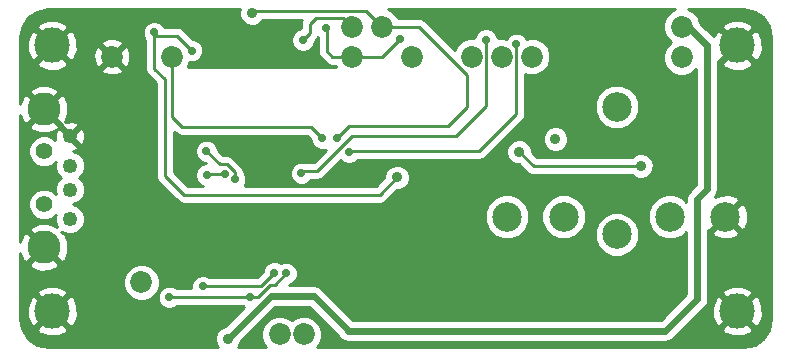
<source format=gtl>
G04 #@! TF.FileFunction,Copper,L1,Top,Signal*
%FSLAX46Y46*%
G04 Gerber Fmt 4.6, Leading zero omitted, Abs format (unit mm)*
G04 Created by KiCad (PCBNEW 4.0.7) date 11/19/17 13:53:12*
%MOMM*%
%LPD*%
G01*
G04 APERTURE LIST*
%ADD10C,0.100000*%
%ADD11C,3.000000*%
%ADD12C,2.500000*%
%ADD13C,1.250000*%
%ADD14C,2.800000*%
%ADD15C,1.400000*%
%ADD16C,1.850000*%
%ADD17C,0.889000*%
%ADD18C,0.700000*%
%ADD19C,0.600000*%
%ADD20C,0.254000*%
G04 APERTURE END LIST*
D10*
D11*
X170911880Y-83259420D03*
D12*
X156211880Y-97759420D03*
X165211880Y-97759420D03*
D11*
X170911880Y-105759420D03*
X112911880Y-83259420D03*
X112911880Y-105759420D03*
D13*
X114411880Y-90959420D03*
X114411880Y-97959420D03*
X114411880Y-95459420D03*
X114411880Y-93459420D03*
D14*
X112211880Y-88659420D03*
X112211880Y-100359420D03*
D15*
X112211880Y-96709420D03*
X112211880Y-92209420D03*
D12*
X160711880Y-99259420D03*
X151411880Y-97759420D03*
X160711880Y-88459420D03*
X169911880Y-97759420D03*
D16*
X120461880Y-103309420D03*
X166221880Y-81669420D03*
X140811880Y-81669420D03*
X138271880Y-81659420D03*
X143351880Y-84209420D03*
X138271880Y-84209420D03*
X123031880Y-84199420D03*
X117961880Y-84209420D03*
X166211880Y-84259420D03*
X148431880Y-84199420D03*
X153521880Y-84209420D03*
X150971880Y-84209420D03*
X134211880Y-107709420D03*
X132161880Y-107709420D03*
D17*
X155511880Y-91184420D03*
X123611880Y-103184420D03*
X123561880Y-102084420D03*
X123536880Y-100834420D03*
X141111880Y-101384420D03*
X149761880Y-100084420D03*
X123086880Y-97009420D03*
X122836880Y-108159420D03*
X139186880Y-94109420D03*
D18*
X133861880Y-84809420D03*
D17*
X142111880Y-94434420D03*
X152436880Y-92259420D03*
X162736880Y-93484420D03*
D18*
X124711880Y-83709420D03*
X121536880Y-82159420D03*
X135761880Y-91134420D03*
D17*
X129836880Y-80534420D03*
D18*
X137011880Y-91084420D03*
X142311880Y-82709420D03*
X149636880Y-82809420D03*
X134011880Y-94084420D03*
X136061880Y-81759420D03*
X138036880Y-92309420D03*
X152211880Y-83159420D03*
X134136880Y-82809420D03*
X125961880Y-92209420D03*
X128361880Y-94609420D03*
X126011880Y-94234420D03*
X127561880Y-94184420D03*
X125661880Y-103659420D03*
X131711880Y-102534420D03*
D17*
X127786880Y-108084420D03*
D18*
X122811880Y-104584420D03*
X132736880Y-102559420D03*
X129661880Y-104534420D03*
D19*
X123086880Y-97009420D02*
X123086880Y-100384420D01*
X123086880Y-100384420D02*
X123536880Y-100834420D01*
X141111880Y-101384420D02*
X141261880Y-101534420D01*
X141261880Y-101534420D02*
X148311880Y-101534420D01*
X148311880Y-101534420D02*
X149761880Y-100084420D01*
D20*
X123086880Y-97009420D02*
X123086880Y-97084420D01*
X121536880Y-82159420D02*
X121536880Y-85234420D01*
X121536880Y-85234420D02*
X122436880Y-86134420D01*
X122436880Y-86134420D02*
X122436880Y-94284420D01*
X122436880Y-94284420D02*
X124061880Y-95909420D01*
X124061880Y-95909420D02*
X140636880Y-95909420D01*
X140636880Y-95909420D02*
X142111880Y-94434420D01*
X152436880Y-92259420D02*
X153661880Y-93484420D01*
X153661880Y-93484420D02*
X162736880Y-93484420D01*
X124711880Y-83709420D02*
X123436880Y-82434420D01*
X123436880Y-82434420D02*
X121811880Y-82434420D01*
X121811880Y-82434420D02*
X121536880Y-82159420D01*
X123031880Y-84199420D02*
X123031880Y-89304420D01*
X134786880Y-90159420D02*
X135761880Y-91134420D01*
X123886880Y-90159420D02*
X134786880Y-90159420D01*
X123031880Y-89304420D02*
X123886880Y-90159420D01*
X129836880Y-80534420D02*
X130061880Y-80309420D01*
X130061880Y-80309420D02*
X139451880Y-80309420D01*
X139451880Y-80309420D02*
X140811880Y-81669420D01*
X140811880Y-81669420D02*
X143921880Y-81669420D01*
X143921880Y-81669420D02*
X147986880Y-85734420D01*
X147986880Y-85734420D02*
X147986880Y-88484420D01*
X147986880Y-88484420D02*
X146386880Y-90084420D01*
X146386880Y-90084420D02*
X138011880Y-90084420D01*
X138011880Y-90084420D02*
X137011880Y-91084420D01*
X138271880Y-84209420D02*
X140811880Y-84209420D01*
X140811880Y-84209420D02*
X142311880Y-82709420D01*
X149636880Y-82809420D02*
X149661880Y-82834420D01*
X149661880Y-82834420D02*
X149661880Y-88409420D01*
X149661880Y-88409420D02*
X147136880Y-90934420D01*
X147136880Y-90934420D02*
X138286880Y-90934420D01*
X138286880Y-90934420D02*
X135361880Y-93859420D01*
X135361880Y-93859420D02*
X134236880Y-93859420D01*
X134236880Y-93859420D02*
X134011880Y-94084420D01*
X136061880Y-81759420D02*
X136136880Y-81834420D01*
X136136880Y-81834420D02*
X136136880Y-83734420D01*
X136136880Y-83734420D02*
X136611880Y-84209420D01*
X136611880Y-84209420D02*
X138271880Y-84209420D01*
X152211880Y-83159420D02*
X152211880Y-89034420D01*
X152211880Y-89034420D02*
X149036880Y-92209420D01*
X149036880Y-92209420D02*
X138136880Y-92209420D01*
X138136880Y-92209420D02*
X138036880Y-92309420D01*
X134136880Y-82809420D02*
X134711880Y-82234420D01*
X134711880Y-82234420D02*
X134711880Y-81459420D01*
X134711880Y-81459420D02*
X135261880Y-80909420D01*
X135261880Y-80909420D02*
X137521880Y-80909420D01*
X137521880Y-80909420D02*
X138271880Y-81659420D01*
X125961880Y-92209420D02*
X127086880Y-93334420D01*
X127086880Y-93334420D02*
X127711880Y-93334420D01*
X127711880Y-93334420D02*
X128361880Y-93984420D01*
X128361880Y-93984420D02*
X128361880Y-94609420D01*
X126011880Y-94234420D02*
X126061880Y-94184420D01*
X126061880Y-94184420D02*
X127561880Y-94184420D01*
X130586880Y-103659420D02*
X125661880Y-103659420D01*
X131711880Y-102534420D02*
X130586880Y-103659420D01*
D19*
X137961880Y-107434420D02*
X137961880Y-107384420D01*
X137961880Y-107384420D02*
X135036880Y-104459420D01*
X135036880Y-104459420D02*
X131411880Y-104459420D01*
X131411880Y-104459420D02*
X127786880Y-108084420D01*
X166221880Y-81669420D02*
X166771880Y-81669420D01*
X166771880Y-81669420D02*
X168361880Y-83259420D01*
X168361880Y-83259420D02*
X168361880Y-95409420D01*
X168361880Y-95409420D02*
X167536880Y-96234420D01*
X167536880Y-96234420D02*
X167536880Y-104709420D01*
X167536880Y-104709420D02*
X164811880Y-107434420D01*
X164811880Y-107434420D02*
X137961880Y-107434420D01*
D20*
X148431880Y-84199420D02*
X148551880Y-84199420D01*
X150971880Y-84209420D02*
X150971880Y-84519420D01*
X129661880Y-104534420D02*
X122861880Y-104534420D01*
X122861880Y-104534420D02*
X122811880Y-104584420D01*
X132736880Y-102559420D02*
X131786880Y-103509420D01*
X131786880Y-103509420D02*
X131386880Y-103509420D01*
X131386880Y-103509420D02*
X130361880Y-104534420D01*
X130361880Y-104534420D02*
X129661880Y-104534420D01*
G36*
X172371023Y-80397167D02*
X173109439Y-80890561D01*
X173602833Y-81628977D01*
X173784880Y-82544191D01*
X173784880Y-106455809D01*
X173602833Y-107371023D01*
X173109439Y-108109439D01*
X172371023Y-108602833D01*
X171430069Y-108790000D01*
X135337513Y-108790000D01*
X135533612Y-108594243D01*
X135771608Y-108021084D01*
X135772150Y-107400478D01*
X135535155Y-106826906D01*
X135096703Y-106387688D01*
X134523544Y-106149692D01*
X133902938Y-106149150D01*
X133329366Y-106386145D01*
X133187016Y-106528246D01*
X133046703Y-106387688D01*
X132473544Y-106149692D01*
X131852938Y-106149150D01*
X131279366Y-106386145D01*
X130840148Y-106824597D01*
X130602152Y-107397756D01*
X130601610Y-108018362D01*
X130838605Y-108591934D01*
X131036326Y-108790000D01*
X128608045Y-108790000D01*
X128701502Y-108696706D01*
X128846801Y-108346789D01*
X131799170Y-105394420D01*
X134649590Y-105394420D01*
X137200052Y-107944882D01*
X137300735Y-108095565D01*
X137604071Y-108298247D01*
X137961880Y-108369420D01*
X164811880Y-108369420D01*
X165169689Y-108298247D01*
X165473025Y-108095565D01*
X166295200Y-107273390D01*
X169577515Y-107273390D01*
X169737298Y-107592159D01*
X170528067Y-107902143D01*
X171377267Y-107885917D01*
X172086462Y-107592159D01*
X172246245Y-107273390D01*
X170911880Y-105939025D01*
X169577515Y-107273390D01*
X166295200Y-107273390D01*
X168192983Y-105375607D01*
X168769157Y-105375607D01*
X168785383Y-106224807D01*
X169079141Y-106934002D01*
X169397910Y-107093785D01*
X170732275Y-105759420D01*
X171091485Y-105759420D01*
X172425850Y-107093785D01*
X172744619Y-106934002D01*
X173054603Y-106143233D01*
X173038377Y-105294033D01*
X172744619Y-104584838D01*
X172425850Y-104425055D01*
X171091485Y-105759420D01*
X170732275Y-105759420D01*
X169397910Y-104425055D01*
X169079141Y-104584838D01*
X168769157Y-105375607D01*
X168192983Y-105375607D01*
X168198025Y-105370565D01*
X168400707Y-105067229D01*
X168471880Y-104709420D01*
X168471880Y-104245450D01*
X169577515Y-104245450D01*
X170911880Y-105579815D01*
X172246245Y-104245450D01*
X172086462Y-103926681D01*
X171295693Y-103616697D01*
X170446493Y-103632923D01*
X169737298Y-103926681D01*
X169577515Y-104245450D01*
X168471880Y-104245450D01*
X168471880Y-99092740D01*
X168758165Y-99092740D01*
X168887413Y-99385543D01*
X169587686Y-99653808D01*
X170337315Y-99633670D01*
X170936347Y-99385543D01*
X171065595Y-99092740D01*
X169911880Y-97939025D01*
X168758165Y-99092740D01*
X168471880Y-99092740D01*
X168471880Y-98866045D01*
X168578560Y-98913135D01*
X169732275Y-97759420D01*
X170091485Y-97759420D01*
X171245200Y-98913135D01*
X171538003Y-98783887D01*
X171806268Y-98083614D01*
X171786130Y-97333985D01*
X171538003Y-96734953D01*
X171245200Y-96605705D01*
X170091485Y-97759420D01*
X169732275Y-97759420D01*
X169718133Y-97745278D01*
X169897738Y-97565673D01*
X169911880Y-97579815D01*
X171065595Y-96426100D01*
X170936347Y-96133297D01*
X170236074Y-95865032D01*
X169486445Y-95885170D01*
X169011827Y-96081763D01*
X169023025Y-96070565D01*
X169225707Y-95767229D01*
X169296880Y-95409420D01*
X169296880Y-84773390D01*
X169577515Y-84773390D01*
X169737298Y-85092159D01*
X170528067Y-85402143D01*
X171377267Y-85385917D01*
X172086462Y-85092159D01*
X172246245Y-84773390D01*
X170911880Y-83439025D01*
X169577515Y-84773390D01*
X169296880Y-84773390D01*
X169296880Y-84543144D01*
X169397910Y-84593785D01*
X170732275Y-83259420D01*
X171091485Y-83259420D01*
X172425850Y-84593785D01*
X172744619Y-84434002D01*
X173054603Y-83643233D01*
X173038377Y-82794033D01*
X172744619Y-82084838D01*
X172425850Y-81925055D01*
X171091485Y-83259420D01*
X170732275Y-83259420D01*
X169397910Y-81925055D01*
X169079141Y-82084838D01*
X168918749Y-82493999D01*
X168170200Y-81745450D01*
X169577515Y-81745450D01*
X170911880Y-83079815D01*
X172246245Y-81745450D01*
X172086462Y-81426681D01*
X171295693Y-81116697D01*
X170446493Y-81132923D01*
X169737298Y-81426681D01*
X169577515Y-81745450D01*
X168170200Y-81745450D01*
X167779983Y-81355233D01*
X167545155Y-80786906D01*
X167106703Y-80347688D01*
X166775113Y-80210000D01*
X171430069Y-80210000D01*
X172371023Y-80397167D01*
X172371023Y-80397167D01*
G37*
X172371023Y-80397167D02*
X173109439Y-80890561D01*
X173602833Y-81628977D01*
X173784880Y-82544191D01*
X173784880Y-106455809D01*
X173602833Y-107371023D01*
X173109439Y-108109439D01*
X172371023Y-108602833D01*
X171430069Y-108790000D01*
X135337513Y-108790000D01*
X135533612Y-108594243D01*
X135771608Y-108021084D01*
X135772150Y-107400478D01*
X135535155Y-106826906D01*
X135096703Y-106387688D01*
X134523544Y-106149692D01*
X133902938Y-106149150D01*
X133329366Y-106386145D01*
X133187016Y-106528246D01*
X133046703Y-106387688D01*
X132473544Y-106149692D01*
X131852938Y-106149150D01*
X131279366Y-106386145D01*
X130840148Y-106824597D01*
X130602152Y-107397756D01*
X130601610Y-108018362D01*
X130838605Y-108591934D01*
X131036326Y-108790000D01*
X128608045Y-108790000D01*
X128701502Y-108696706D01*
X128846801Y-108346789D01*
X131799170Y-105394420D01*
X134649590Y-105394420D01*
X137200052Y-107944882D01*
X137300735Y-108095565D01*
X137604071Y-108298247D01*
X137961880Y-108369420D01*
X164811880Y-108369420D01*
X165169689Y-108298247D01*
X165473025Y-108095565D01*
X166295200Y-107273390D01*
X169577515Y-107273390D01*
X169737298Y-107592159D01*
X170528067Y-107902143D01*
X171377267Y-107885917D01*
X172086462Y-107592159D01*
X172246245Y-107273390D01*
X170911880Y-105939025D01*
X169577515Y-107273390D01*
X166295200Y-107273390D01*
X168192983Y-105375607D01*
X168769157Y-105375607D01*
X168785383Y-106224807D01*
X169079141Y-106934002D01*
X169397910Y-107093785D01*
X170732275Y-105759420D01*
X171091485Y-105759420D01*
X172425850Y-107093785D01*
X172744619Y-106934002D01*
X173054603Y-106143233D01*
X173038377Y-105294033D01*
X172744619Y-104584838D01*
X172425850Y-104425055D01*
X171091485Y-105759420D01*
X170732275Y-105759420D01*
X169397910Y-104425055D01*
X169079141Y-104584838D01*
X168769157Y-105375607D01*
X168192983Y-105375607D01*
X168198025Y-105370565D01*
X168400707Y-105067229D01*
X168471880Y-104709420D01*
X168471880Y-104245450D01*
X169577515Y-104245450D01*
X170911880Y-105579815D01*
X172246245Y-104245450D01*
X172086462Y-103926681D01*
X171295693Y-103616697D01*
X170446493Y-103632923D01*
X169737298Y-103926681D01*
X169577515Y-104245450D01*
X168471880Y-104245450D01*
X168471880Y-99092740D01*
X168758165Y-99092740D01*
X168887413Y-99385543D01*
X169587686Y-99653808D01*
X170337315Y-99633670D01*
X170936347Y-99385543D01*
X171065595Y-99092740D01*
X169911880Y-97939025D01*
X168758165Y-99092740D01*
X168471880Y-99092740D01*
X168471880Y-98866045D01*
X168578560Y-98913135D01*
X169732275Y-97759420D01*
X170091485Y-97759420D01*
X171245200Y-98913135D01*
X171538003Y-98783887D01*
X171806268Y-98083614D01*
X171786130Y-97333985D01*
X171538003Y-96734953D01*
X171245200Y-96605705D01*
X170091485Y-97759420D01*
X169732275Y-97759420D01*
X169718133Y-97745278D01*
X169897738Y-97565673D01*
X169911880Y-97579815D01*
X171065595Y-96426100D01*
X170936347Y-96133297D01*
X170236074Y-95865032D01*
X169486445Y-95885170D01*
X169011827Y-96081763D01*
X169023025Y-96070565D01*
X169225707Y-95767229D01*
X169296880Y-95409420D01*
X169296880Y-84773390D01*
X169577515Y-84773390D01*
X169737298Y-85092159D01*
X170528067Y-85402143D01*
X171377267Y-85385917D01*
X172086462Y-85092159D01*
X172246245Y-84773390D01*
X170911880Y-83439025D01*
X169577515Y-84773390D01*
X169296880Y-84773390D01*
X169296880Y-84543144D01*
X169397910Y-84593785D01*
X170732275Y-83259420D01*
X171091485Y-83259420D01*
X172425850Y-84593785D01*
X172744619Y-84434002D01*
X173054603Y-83643233D01*
X173038377Y-82794033D01*
X172744619Y-82084838D01*
X172425850Y-81925055D01*
X171091485Y-83259420D01*
X170732275Y-83259420D01*
X169397910Y-81925055D01*
X169079141Y-82084838D01*
X168918749Y-82493999D01*
X168170200Y-81745450D01*
X169577515Y-81745450D01*
X170911880Y-83079815D01*
X172246245Y-81745450D01*
X172086462Y-81426681D01*
X171295693Y-81116697D01*
X170446493Y-81132923D01*
X169737298Y-81426681D01*
X169577515Y-81745450D01*
X168170200Y-81745450D01*
X167779983Y-81355233D01*
X167545155Y-80786906D01*
X167106703Y-80347688D01*
X166775113Y-80210000D01*
X171430069Y-80210000D01*
X172371023Y-80397167D01*
G36*
X128757567Y-80318752D02*
X128757193Y-80748204D01*
X128921191Y-81145109D01*
X129224594Y-81449042D01*
X129621212Y-81613733D01*
X130050664Y-81614107D01*
X130447569Y-81450109D01*
X130751502Y-81146706D01*
X130782764Y-81071420D01*
X134072293Y-81071420D01*
X134007884Y-81167815D01*
X133949880Y-81459420D01*
X133949880Y-81824257D01*
X133941811Y-81824250D01*
X133579651Y-81973891D01*
X133302325Y-82250734D01*
X133152052Y-82612632D01*
X133151710Y-83004489D01*
X133301351Y-83366649D01*
X133578194Y-83643975D01*
X133940092Y-83794248D01*
X134331949Y-83794590D01*
X134694109Y-83644949D01*
X134971435Y-83368106D01*
X135121708Y-83006208D01*
X135121799Y-82902132D01*
X135250696Y-82773235D01*
X135374880Y-82587379D01*
X135374880Y-83734420D01*
X135432884Y-84026025D01*
X135593664Y-84266649D01*
X135598065Y-84273235D01*
X136073064Y-84748235D01*
X136305309Y-84903416D01*
X136320275Y-84913416D01*
X136611880Y-84971420D01*
X136898810Y-84971420D01*
X136931039Y-85049420D01*
X124368072Y-85049420D01*
X124515552Y-84694248D01*
X124906949Y-84694590D01*
X125269109Y-84544949D01*
X125546435Y-84268106D01*
X125696708Y-83906208D01*
X125697050Y-83514351D01*
X125547409Y-83152191D01*
X125270566Y-82874865D01*
X124908668Y-82724592D01*
X124804592Y-82724501D01*
X123975695Y-81895605D01*
X123728485Y-81730424D01*
X123436880Y-81672420D01*
X122401427Y-81672420D01*
X122372409Y-81602191D01*
X122095566Y-81324865D01*
X121733668Y-81174592D01*
X121341811Y-81174250D01*
X120979651Y-81323891D01*
X120702325Y-81600734D01*
X120552052Y-81962632D01*
X120551710Y-82354489D01*
X120701351Y-82716649D01*
X120774880Y-82790306D01*
X120774880Y-85234420D01*
X120832884Y-85526025D01*
X120995334Y-85769148D01*
X120998065Y-85773235D01*
X121674880Y-86450051D01*
X121674880Y-94284420D01*
X121732884Y-94576025D01*
X121847978Y-94748275D01*
X121898065Y-94823235D01*
X123523065Y-96448235D01*
X123770275Y-96613416D01*
X124061880Y-96671420D01*
X140636880Y-96671420D01*
X140928485Y-96613416D01*
X141175695Y-96448235D01*
X142110011Y-95513919D01*
X142325664Y-95514107D01*
X142722569Y-95350109D01*
X143026502Y-95046706D01*
X143191193Y-94650088D01*
X143191567Y-94220636D01*
X143027569Y-93823731D01*
X142724166Y-93519798D01*
X142327548Y-93355107D01*
X141898096Y-93354733D01*
X141501191Y-93518731D01*
X141197258Y-93822134D01*
X141032567Y-94218752D01*
X141032378Y-94436292D01*
X140321250Y-95147420D01*
X129205025Y-95147420D01*
X129346708Y-94806208D01*
X129347050Y-94414351D01*
X129197409Y-94052191D01*
X129122418Y-93977069D01*
X129065876Y-93692815D01*
X128900695Y-93445605D01*
X128250695Y-92795605D01*
X128207359Y-92766649D01*
X128003485Y-92630424D01*
X127711880Y-92572420D01*
X127402511Y-92572420D01*
X126946961Y-92116870D01*
X126947050Y-92014351D01*
X126797409Y-91652191D01*
X126520566Y-91374865D01*
X126158668Y-91224592D01*
X125766811Y-91224250D01*
X125404651Y-91373891D01*
X125127325Y-91650734D01*
X124977052Y-92012632D01*
X124976710Y-92404489D01*
X125126351Y-92766649D01*
X125403194Y-93043975D01*
X125765092Y-93194248D01*
X125869168Y-93194339D01*
X125924173Y-93249344D01*
X125816811Y-93249250D01*
X125454651Y-93398891D01*
X125177325Y-93675734D01*
X125027052Y-94037632D01*
X125026710Y-94429489D01*
X125176351Y-94791649D01*
X125453194Y-95068975D01*
X125642111Y-95147420D01*
X124377510Y-95147420D01*
X123198880Y-93968790D01*
X123198880Y-90549051D01*
X123348065Y-90698236D01*
X123595276Y-90863417D01*
X123886880Y-90921420D01*
X134471250Y-90921420D01*
X134776799Y-91226970D01*
X134776710Y-91329489D01*
X134926351Y-91691649D01*
X135203194Y-91968975D01*
X135565092Y-92119248D01*
X135956949Y-92119590D01*
X136071348Y-92072321D01*
X135046250Y-93097420D01*
X134236880Y-93097420D01*
X134214269Y-93101918D01*
X134208668Y-93099592D01*
X133816811Y-93099250D01*
X133454651Y-93248891D01*
X133177325Y-93525734D01*
X133027052Y-93887632D01*
X133026710Y-94279489D01*
X133176351Y-94641649D01*
X133453194Y-94918975D01*
X133815092Y-95069248D01*
X134206949Y-95069590D01*
X134569109Y-94919949D01*
X134846435Y-94643106D01*
X134855440Y-94621420D01*
X135361880Y-94621420D01*
X135653485Y-94563416D01*
X135900695Y-94398235D01*
X137316716Y-92982215D01*
X137478194Y-93143975D01*
X137840092Y-93294248D01*
X138231949Y-93294590D01*
X138594109Y-93144949D01*
X138767941Y-92971420D01*
X149036880Y-92971420D01*
X149328485Y-92913416D01*
X149575695Y-92748235D01*
X149850726Y-92473204D01*
X151357193Y-92473204D01*
X151521191Y-92870109D01*
X151824594Y-93174042D01*
X152221212Y-93338733D01*
X152438752Y-93338922D01*
X153123065Y-94023236D01*
X153271257Y-94122254D01*
X153370275Y-94188416D01*
X153661880Y-94246420D01*
X161972238Y-94246420D01*
X162124594Y-94399042D01*
X162521212Y-94563733D01*
X162950664Y-94564107D01*
X163347569Y-94400109D01*
X163651502Y-94096706D01*
X163816193Y-93700088D01*
X163816567Y-93270636D01*
X163652569Y-92873731D01*
X163349166Y-92569798D01*
X162952548Y-92405107D01*
X162523096Y-92404733D01*
X162126191Y-92568731D01*
X161972234Y-92722420D01*
X153977511Y-92722420D01*
X153516379Y-92261289D01*
X153516567Y-92045636D01*
X153352569Y-91648731D01*
X153102479Y-91398204D01*
X154432193Y-91398204D01*
X154596191Y-91795109D01*
X154899594Y-92099042D01*
X155296212Y-92263733D01*
X155725664Y-92264107D01*
X156122569Y-92100109D01*
X156426502Y-91796706D01*
X156591193Y-91400088D01*
X156591567Y-90970636D01*
X156427569Y-90573731D01*
X156124166Y-90269798D01*
X155727548Y-90105107D01*
X155298096Y-90104733D01*
X154901191Y-90268731D01*
X154597258Y-90572134D01*
X154432567Y-90968752D01*
X154432193Y-91398204D01*
X153102479Y-91398204D01*
X153049166Y-91344798D01*
X152652548Y-91180107D01*
X152223096Y-91179733D01*
X151826191Y-91343731D01*
X151522258Y-91647134D01*
X151357567Y-92043752D01*
X151357193Y-92473204D01*
X149850726Y-92473204D01*
X152750695Y-89573235D01*
X152915876Y-89326025D01*
X152916593Y-89322420D01*
X152973880Y-89034420D01*
X152973880Y-88832725D01*
X158826554Y-88832725D01*
X159112923Y-89525792D01*
X159642719Y-90056513D01*
X160335285Y-90344092D01*
X161085185Y-90344746D01*
X161778252Y-90058377D01*
X162308973Y-89528581D01*
X162596552Y-88836015D01*
X162597206Y-88086115D01*
X162310837Y-87393048D01*
X161781041Y-86862327D01*
X161088475Y-86574748D01*
X160338575Y-86574094D01*
X159645508Y-86860463D01*
X159114787Y-87390259D01*
X158827208Y-88082825D01*
X158826554Y-88832725D01*
X152973880Y-88832725D01*
X152973880Y-85671013D01*
X153210216Y-85769148D01*
X153830822Y-85769690D01*
X154404394Y-85532695D01*
X154843612Y-85094243D01*
X155081608Y-84521084D01*
X155082150Y-83900478D01*
X154845155Y-83326906D01*
X154406703Y-82887688D01*
X153833544Y-82649692D01*
X153212938Y-82649150D01*
X153088122Y-82700723D01*
X153047409Y-82602191D01*
X152770566Y-82324865D01*
X152408668Y-82174592D01*
X152016811Y-82174250D01*
X151654651Y-82323891D01*
X151377325Y-82600734D01*
X151346194Y-82675706D01*
X151283544Y-82649692D01*
X150662938Y-82649150D01*
X150622005Y-82666063D01*
X150622050Y-82614351D01*
X150472409Y-82252191D01*
X150195566Y-81974865D01*
X149833668Y-81824592D01*
X149441811Y-81824250D01*
X149079651Y-81973891D01*
X148802325Y-82250734D01*
X148652052Y-82612632D01*
X148652028Y-82639612D01*
X148122938Y-82639150D01*
X147549366Y-82876145D01*
X147110148Y-83314597D01*
X146973580Y-83643490D01*
X144460695Y-81130605D01*
X144373615Y-81072420D01*
X144213485Y-80965424D01*
X143921880Y-80907420D01*
X142184950Y-80907420D01*
X142135155Y-80786906D01*
X141696703Y-80347688D01*
X141365113Y-80210000D01*
X165668862Y-80210000D01*
X165339366Y-80346145D01*
X164900148Y-80784597D01*
X164662152Y-81357756D01*
X164661610Y-81978362D01*
X164898605Y-82551934D01*
X165305715Y-82959755D01*
X164890148Y-83374597D01*
X164652152Y-83947756D01*
X164651610Y-84568362D01*
X164888605Y-85141934D01*
X165327057Y-85581152D01*
X165900216Y-85819148D01*
X166520822Y-85819690D01*
X167094394Y-85582695D01*
X167426880Y-85250789D01*
X167426880Y-95022130D01*
X166875735Y-95573275D01*
X166673053Y-95876611D01*
X166601880Y-96234420D01*
X166601880Y-96483726D01*
X166281041Y-96162327D01*
X165588475Y-95874748D01*
X164838575Y-95874094D01*
X164145508Y-96160463D01*
X163614787Y-96690259D01*
X163327208Y-97382825D01*
X163326554Y-98132725D01*
X163612923Y-98825792D01*
X164142719Y-99356513D01*
X164835285Y-99644092D01*
X165585185Y-99644746D01*
X166278252Y-99358377D01*
X166601880Y-99035313D01*
X166601880Y-104322130D01*
X164424590Y-106499420D01*
X138399170Y-106499420D01*
X135698025Y-103798275D01*
X135394689Y-103595593D01*
X135036880Y-103524420D01*
X132980764Y-103524420D01*
X133294109Y-103394949D01*
X133571435Y-103118106D01*
X133721708Y-102756208D01*
X133722050Y-102364351D01*
X133572409Y-102002191D01*
X133295566Y-101724865D01*
X132933668Y-101574592D01*
X132541811Y-101574250D01*
X132254223Y-101693079D01*
X131908668Y-101549592D01*
X131516811Y-101549250D01*
X131154651Y-101698891D01*
X130877325Y-101975734D01*
X130727052Y-102337632D01*
X130726961Y-102441708D01*
X130271250Y-102897420D01*
X126292995Y-102897420D01*
X126220566Y-102824865D01*
X125858668Y-102674592D01*
X125466811Y-102674250D01*
X125104651Y-102823891D01*
X124827325Y-103100734D01*
X124677052Y-103462632D01*
X124676782Y-103772420D01*
X123393082Y-103772420D01*
X123370566Y-103749865D01*
X123008668Y-103599592D01*
X122616811Y-103599250D01*
X122254651Y-103748891D01*
X121977325Y-104025734D01*
X121827052Y-104387632D01*
X121826710Y-104779489D01*
X121976351Y-105141649D01*
X122253194Y-105418975D01*
X122615092Y-105569248D01*
X123006949Y-105569590D01*
X123369109Y-105419949D01*
X123492854Y-105296420D01*
X129030765Y-105296420D01*
X129103194Y-105368975D01*
X129157490Y-105391520D01*
X127523985Y-107025025D01*
X127176191Y-107168731D01*
X126872258Y-107472134D01*
X126707567Y-107868752D01*
X126707193Y-108298204D01*
X126871191Y-108695109D01*
X126965917Y-108790000D01*
X112569931Y-108790000D01*
X111628977Y-108602833D01*
X110890561Y-108109439D01*
X110397167Y-107371023D01*
X110377747Y-107273390D01*
X111577515Y-107273390D01*
X111737298Y-107592159D01*
X112528067Y-107902143D01*
X113377267Y-107885917D01*
X114086462Y-107592159D01*
X114246245Y-107273390D01*
X112911880Y-105939025D01*
X111577515Y-107273390D01*
X110377747Y-107273390D01*
X110210000Y-106430069D01*
X110210000Y-105375607D01*
X110769157Y-105375607D01*
X110785383Y-106224807D01*
X111079141Y-106934002D01*
X111397910Y-107093785D01*
X112732275Y-105759420D01*
X113091485Y-105759420D01*
X114425850Y-107093785D01*
X114744619Y-106934002D01*
X115054603Y-106143233D01*
X115038377Y-105294033D01*
X114744619Y-104584838D01*
X114425850Y-104425055D01*
X113091485Y-105759420D01*
X112732275Y-105759420D01*
X111397910Y-104425055D01*
X111079141Y-104584838D01*
X110769157Y-105375607D01*
X110210000Y-105375607D01*
X110210000Y-104245450D01*
X111577515Y-104245450D01*
X112911880Y-105579815D01*
X114246245Y-104245450D01*
X114086462Y-103926681D01*
X113299941Y-103618362D01*
X118901610Y-103618362D01*
X119138605Y-104191934D01*
X119577057Y-104631152D01*
X120150216Y-104869148D01*
X120770822Y-104869690D01*
X121344394Y-104632695D01*
X121783612Y-104194243D01*
X122021608Y-103621084D01*
X122022150Y-103000478D01*
X121785155Y-102426906D01*
X121346703Y-101987688D01*
X120773544Y-101749692D01*
X120152938Y-101749150D01*
X119579366Y-101986145D01*
X119140148Y-102424597D01*
X118902152Y-102997756D01*
X118901610Y-103618362D01*
X113299941Y-103618362D01*
X113295693Y-103616697D01*
X112446493Y-103632923D01*
X111737298Y-103926681D01*
X111577515Y-104245450D01*
X110210000Y-104245450D01*
X110210000Y-101801144D01*
X110949762Y-101801144D01*
X111097335Y-102109526D01*
X111851911Y-102402825D01*
X112661289Y-102385034D01*
X113326425Y-102109526D01*
X113473998Y-101801144D01*
X112211880Y-100539025D01*
X110949762Y-101801144D01*
X110210000Y-101801144D01*
X110210000Y-100866128D01*
X110461774Y-101473965D01*
X110770156Y-101621538D01*
X112032275Y-100359420D01*
X110770156Y-99097302D01*
X110461774Y-99244875D01*
X110210000Y-99892619D01*
X110210000Y-92473803D01*
X110876649Y-92473803D01*
X111079462Y-92964649D01*
X111454676Y-93340518D01*
X111945167Y-93544188D01*
X112476263Y-93544651D01*
X112967109Y-93341838D01*
X113187929Y-93121403D01*
X113152099Y-93207691D01*
X113151662Y-93708950D01*
X113343081Y-94172220D01*
X113629970Y-94459610D01*
X113344327Y-94744755D01*
X113152099Y-95207691D01*
X113151662Y-95708950D01*
X113188511Y-95798132D01*
X112969084Y-95578322D01*
X112478593Y-95374652D01*
X111947497Y-95374189D01*
X111456651Y-95577002D01*
X111080782Y-95952216D01*
X110877112Y-96442707D01*
X110876649Y-96973803D01*
X111079462Y-97464649D01*
X111454676Y-97840518D01*
X111945167Y-98044188D01*
X112476263Y-98044651D01*
X112967109Y-97841838D01*
X113187929Y-97621403D01*
X113152099Y-97707691D01*
X113151662Y-98208950D01*
X113315302Y-98604991D01*
X112571849Y-98316015D01*
X111762471Y-98333806D01*
X111097335Y-98609314D01*
X110949762Y-98917696D01*
X112211880Y-100179815D01*
X112226022Y-100165672D01*
X112405628Y-100345278D01*
X112391485Y-100359420D01*
X113653604Y-101621538D01*
X113961986Y-101473965D01*
X114255285Y-100719389D01*
X114237494Y-99910011D01*
X113961986Y-99244875D01*
X113653605Y-99097303D01*
X113716095Y-99034813D01*
X114160151Y-99219201D01*
X114661410Y-99219638D01*
X115124680Y-99028219D01*
X115479433Y-98674085D01*
X115671661Y-98211149D01*
X115671729Y-98132725D01*
X149526554Y-98132725D01*
X149812923Y-98825792D01*
X150342719Y-99356513D01*
X151035285Y-99644092D01*
X151785185Y-99644746D01*
X152478252Y-99358377D01*
X153008973Y-98828581D01*
X153296552Y-98136015D01*
X153296554Y-98132725D01*
X154326554Y-98132725D01*
X154612923Y-98825792D01*
X155142719Y-99356513D01*
X155835285Y-99644092D01*
X156585185Y-99644746D01*
X156614278Y-99632725D01*
X158826554Y-99632725D01*
X159112923Y-100325792D01*
X159642719Y-100856513D01*
X160335285Y-101144092D01*
X161085185Y-101144746D01*
X161778252Y-100858377D01*
X162308973Y-100328581D01*
X162596552Y-99636015D01*
X162597206Y-98886115D01*
X162310837Y-98193048D01*
X161781041Y-97662327D01*
X161088475Y-97374748D01*
X160338575Y-97374094D01*
X159645508Y-97660463D01*
X159114787Y-98190259D01*
X158827208Y-98882825D01*
X158826554Y-99632725D01*
X156614278Y-99632725D01*
X157278252Y-99358377D01*
X157808973Y-98828581D01*
X158096552Y-98136015D01*
X158097206Y-97386115D01*
X157810837Y-96693048D01*
X157281041Y-96162327D01*
X156588475Y-95874748D01*
X155838575Y-95874094D01*
X155145508Y-96160463D01*
X154614787Y-96690259D01*
X154327208Y-97382825D01*
X154326554Y-98132725D01*
X153296554Y-98132725D01*
X153297206Y-97386115D01*
X153010837Y-96693048D01*
X152481041Y-96162327D01*
X151788475Y-95874748D01*
X151038575Y-95874094D01*
X150345508Y-96160463D01*
X149814787Y-96690259D01*
X149527208Y-97382825D01*
X149526554Y-98132725D01*
X115671729Y-98132725D01*
X115672098Y-97709890D01*
X115480679Y-97246620D01*
X115126545Y-96891867D01*
X114686653Y-96709208D01*
X115124680Y-96528219D01*
X115479433Y-96174085D01*
X115671661Y-95711149D01*
X115672098Y-95209890D01*
X115480679Y-94746620D01*
X115193790Y-94459230D01*
X115479433Y-94174085D01*
X115671661Y-93711149D01*
X115672098Y-93209890D01*
X115480679Y-92746620D01*
X115126545Y-92391867D01*
X114678290Y-92205735D01*
X114737300Y-92202205D01*
X115060555Y-92068310D01*
X115113153Y-91840298D01*
X114411880Y-91139025D01*
X114397738Y-91153168D01*
X114218133Y-90973563D01*
X114232275Y-90959420D01*
X114591485Y-90959420D01*
X115292758Y-91660693D01*
X115520770Y-91608095D01*
X115684597Y-91134364D01*
X115654665Y-90634000D01*
X115520770Y-90310745D01*
X115292758Y-90258147D01*
X114591485Y-90959420D01*
X114232275Y-90959420D01*
X113531002Y-90258147D01*
X113382469Y-90292411D01*
X113473998Y-90101144D01*
X112211880Y-88839025D01*
X110949762Y-90101144D01*
X111097335Y-90409526D01*
X111851911Y-90702825D01*
X112661289Y-90685034D01*
X113259200Y-90437372D01*
X113139163Y-90784476D01*
X113168703Y-91278290D01*
X112969084Y-91078322D01*
X112478593Y-90874652D01*
X111947497Y-90874189D01*
X111456651Y-91077002D01*
X111080782Y-91452216D01*
X110877112Y-91942707D01*
X110876649Y-92473803D01*
X110210000Y-92473803D01*
X110210000Y-89166128D01*
X110461774Y-89773965D01*
X110770156Y-89921538D01*
X112032275Y-88659420D01*
X112391485Y-88659420D01*
X113653604Y-89921538D01*
X113758392Y-89871393D01*
X113710607Y-90078542D01*
X114411880Y-90779815D01*
X115113153Y-90078542D01*
X115060555Y-89850530D01*
X114586824Y-89686703D01*
X114086460Y-89716635D01*
X113964660Y-89767086D01*
X114255285Y-89019389D01*
X114237494Y-88210011D01*
X113961986Y-87544875D01*
X113653604Y-87397302D01*
X112391485Y-88659420D01*
X112032275Y-88659420D01*
X110770156Y-87397302D01*
X110461774Y-87544875D01*
X110210000Y-88192619D01*
X110210000Y-87217696D01*
X110949762Y-87217696D01*
X112211880Y-88479815D01*
X113473998Y-87217696D01*
X113326425Y-86909314D01*
X112571849Y-86616015D01*
X111762471Y-86633806D01*
X111097335Y-86909314D01*
X110949762Y-87217696D01*
X110210000Y-87217696D01*
X110210000Y-84773390D01*
X111577515Y-84773390D01*
X111737298Y-85092159D01*
X112528067Y-85402143D01*
X113377267Y-85385917D01*
X113566157Y-85307676D01*
X117043229Y-85307676D01*
X117132701Y-85566752D01*
X117715248Y-85780745D01*
X118335341Y-85755517D01*
X118791059Y-85566752D01*
X118880531Y-85307676D01*
X117961880Y-84389025D01*
X117043229Y-85307676D01*
X113566157Y-85307676D01*
X114086462Y-85092159D01*
X114246245Y-84773390D01*
X112911880Y-83439025D01*
X111577515Y-84773390D01*
X110210000Y-84773390D01*
X110210000Y-82875607D01*
X110769157Y-82875607D01*
X110785383Y-83724807D01*
X111079141Y-84434002D01*
X111397910Y-84593785D01*
X112732275Y-83259420D01*
X113091485Y-83259420D01*
X114425850Y-84593785D01*
X114744619Y-84434002D01*
X114929336Y-83962788D01*
X116390555Y-83962788D01*
X116415783Y-84582881D01*
X116604548Y-85038599D01*
X116863624Y-85128071D01*
X117782275Y-84209420D01*
X118141485Y-84209420D01*
X119060136Y-85128071D01*
X119319212Y-85038599D01*
X119533205Y-84456052D01*
X119507977Y-83835959D01*
X119319212Y-83380241D01*
X119060136Y-83290769D01*
X118141485Y-84209420D01*
X117782275Y-84209420D01*
X116863624Y-83290769D01*
X116604548Y-83380241D01*
X116390555Y-83962788D01*
X114929336Y-83962788D01*
X115054603Y-83643233D01*
X115044437Y-83111164D01*
X117043229Y-83111164D01*
X117961880Y-84029815D01*
X118880531Y-83111164D01*
X118791059Y-82852088D01*
X118208512Y-82638095D01*
X117588419Y-82663323D01*
X117132701Y-82852088D01*
X117043229Y-83111164D01*
X115044437Y-83111164D01*
X115038377Y-82794033D01*
X114744619Y-82084838D01*
X114425850Y-81925055D01*
X113091485Y-83259420D01*
X112732275Y-83259420D01*
X111397910Y-81925055D01*
X111079141Y-82084838D01*
X110769157Y-82875607D01*
X110210000Y-82875607D01*
X110210000Y-82569931D01*
X110373999Y-81745450D01*
X111577515Y-81745450D01*
X112911880Y-83079815D01*
X114246245Y-81745450D01*
X114086462Y-81426681D01*
X113295693Y-81116697D01*
X112446493Y-81132923D01*
X111737298Y-81426681D01*
X111577515Y-81745450D01*
X110373999Y-81745450D01*
X110397167Y-81628977D01*
X110890561Y-80890561D01*
X111628977Y-80397167D01*
X112569931Y-80210000D01*
X128802725Y-80210000D01*
X128757567Y-80318752D01*
X128757567Y-80318752D01*
G37*
X128757567Y-80318752D02*
X128757193Y-80748204D01*
X128921191Y-81145109D01*
X129224594Y-81449042D01*
X129621212Y-81613733D01*
X130050664Y-81614107D01*
X130447569Y-81450109D01*
X130751502Y-81146706D01*
X130782764Y-81071420D01*
X134072293Y-81071420D01*
X134007884Y-81167815D01*
X133949880Y-81459420D01*
X133949880Y-81824257D01*
X133941811Y-81824250D01*
X133579651Y-81973891D01*
X133302325Y-82250734D01*
X133152052Y-82612632D01*
X133151710Y-83004489D01*
X133301351Y-83366649D01*
X133578194Y-83643975D01*
X133940092Y-83794248D01*
X134331949Y-83794590D01*
X134694109Y-83644949D01*
X134971435Y-83368106D01*
X135121708Y-83006208D01*
X135121799Y-82902132D01*
X135250696Y-82773235D01*
X135374880Y-82587379D01*
X135374880Y-83734420D01*
X135432884Y-84026025D01*
X135593664Y-84266649D01*
X135598065Y-84273235D01*
X136073064Y-84748235D01*
X136305309Y-84903416D01*
X136320275Y-84913416D01*
X136611880Y-84971420D01*
X136898810Y-84971420D01*
X136931039Y-85049420D01*
X124368072Y-85049420D01*
X124515552Y-84694248D01*
X124906949Y-84694590D01*
X125269109Y-84544949D01*
X125546435Y-84268106D01*
X125696708Y-83906208D01*
X125697050Y-83514351D01*
X125547409Y-83152191D01*
X125270566Y-82874865D01*
X124908668Y-82724592D01*
X124804592Y-82724501D01*
X123975695Y-81895605D01*
X123728485Y-81730424D01*
X123436880Y-81672420D01*
X122401427Y-81672420D01*
X122372409Y-81602191D01*
X122095566Y-81324865D01*
X121733668Y-81174592D01*
X121341811Y-81174250D01*
X120979651Y-81323891D01*
X120702325Y-81600734D01*
X120552052Y-81962632D01*
X120551710Y-82354489D01*
X120701351Y-82716649D01*
X120774880Y-82790306D01*
X120774880Y-85234420D01*
X120832884Y-85526025D01*
X120995334Y-85769148D01*
X120998065Y-85773235D01*
X121674880Y-86450051D01*
X121674880Y-94284420D01*
X121732884Y-94576025D01*
X121847978Y-94748275D01*
X121898065Y-94823235D01*
X123523065Y-96448235D01*
X123770275Y-96613416D01*
X124061880Y-96671420D01*
X140636880Y-96671420D01*
X140928485Y-96613416D01*
X141175695Y-96448235D01*
X142110011Y-95513919D01*
X142325664Y-95514107D01*
X142722569Y-95350109D01*
X143026502Y-95046706D01*
X143191193Y-94650088D01*
X143191567Y-94220636D01*
X143027569Y-93823731D01*
X142724166Y-93519798D01*
X142327548Y-93355107D01*
X141898096Y-93354733D01*
X141501191Y-93518731D01*
X141197258Y-93822134D01*
X141032567Y-94218752D01*
X141032378Y-94436292D01*
X140321250Y-95147420D01*
X129205025Y-95147420D01*
X129346708Y-94806208D01*
X129347050Y-94414351D01*
X129197409Y-94052191D01*
X129122418Y-93977069D01*
X129065876Y-93692815D01*
X128900695Y-93445605D01*
X128250695Y-92795605D01*
X128207359Y-92766649D01*
X128003485Y-92630424D01*
X127711880Y-92572420D01*
X127402511Y-92572420D01*
X126946961Y-92116870D01*
X126947050Y-92014351D01*
X126797409Y-91652191D01*
X126520566Y-91374865D01*
X126158668Y-91224592D01*
X125766811Y-91224250D01*
X125404651Y-91373891D01*
X125127325Y-91650734D01*
X124977052Y-92012632D01*
X124976710Y-92404489D01*
X125126351Y-92766649D01*
X125403194Y-93043975D01*
X125765092Y-93194248D01*
X125869168Y-93194339D01*
X125924173Y-93249344D01*
X125816811Y-93249250D01*
X125454651Y-93398891D01*
X125177325Y-93675734D01*
X125027052Y-94037632D01*
X125026710Y-94429489D01*
X125176351Y-94791649D01*
X125453194Y-95068975D01*
X125642111Y-95147420D01*
X124377510Y-95147420D01*
X123198880Y-93968790D01*
X123198880Y-90549051D01*
X123348065Y-90698236D01*
X123595276Y-90863417D01*
X123886880Y-90921420D01*
X134471250Y-90921420D01*
X134776799Y-91226970D01*
X134776710Y-91329489D01*
X134926351Y-91691649D01*
X135203194Y-91968975D01*
X135565092Y-92119248D01*
X135956949Y-92119590D01*
X136071348Y-92072321D01*
X135046250Y-93097420D01*
X134236880Y-93097420D01*
X134214269Y-93101918D01*
X134208668Y-93099592D01*
X133816811Y-93099250D01*
X133454651Y-93248891D01*
X133177325Y-93525734D01*
X133027052Y-93887632D01*
X133026710Y-94279489D01*
X133176351Y-94641649D01*
X133453194Y-94918975D01*
X133815092Y-95069248D01*
X134206949Y-95069590D01*
X134569109Y-94919949D01*
X134846435Y-94643106D01*
X134855440Y-94621420D01*
X135361880Y-94621420D01*
X135653485Y-94563416D01*
X135900695Y-94398235D01*
X137316716Y-92982215D01*
X137478194Y-93143975D01*
X137840092Y-93294248D01*
X138231949Y-93294590D01*
X138594109Y-93144949D01*
X138767941Y-92971420D01*
X149036880Y-92971420D01*
X149328485Y-92913416D01*
X149575695Y-92748235D01*
X149850726Y-92473204D01*
X151357193Y-92473204D01*
X151521191Y-92870109D01*
X151824594Y-93174042D01*
X152221212Y-93338733D01*
X152438752Y-93338922D01*
X153123065Y-94023236D01*
X153271257Y-94122254D01*
X153370275Y-94188416D01*
X153661880Y-94246420D01*
X161972238Y-94246420D01*
X162124594Y-94399042D01*
X162521212Y-94563733D01*
X162950664Y-94564107D01*
X163347569Y-94400109D01*
X163651502Y-94096706D01*
X163816193Y-93700088D01*
X163816567Y-93270636D01*
X163652569Y-92873731D01*
X163349166Y-92569798D01*
X162952548Y-92405107D01*
X162523096Y-92404733D01*
X162126191Y-92568731D01*
X161972234Y-92722420D01*
X153977511Y-92722420D01*
X153516379Y-92261289D01*
X153516567Y-92045636D01*
X153352569Y-91648731D01*
X153102479Y-91398204D01*
X154432193Y-91398204D01*
X154596191Y-91795109D01*
X154899594Y-92099042D01*
X155296212Y-92263733D01*
X155725664Y-92264107D01*
X156122569Y-92100109D01*
X156426502Y-91796706D01*
X156591193Y-91400088D01*
X156591567Y-90970636D01*
X156427569Y-90573731D01*
X156124166Y-90269798D01*
X155727548Y-90105107D01*
X155298096Y-90104733D01*
X154901191Y-90268731D01*
X154597258Y-90572134D01*
X154432567Y-90968752D01*
X154432193Y-91398204D01*
X153102479Y-91398204D01*
X153049166Y-91344798D01*
X152652548Y-91180107D01*
X152223096Y-91179733D01*
X151826191Y-91343731D01*
X151522258Y-91647134D01*
X151357567Y-92043752D01*
X151357193Y-92473204D01*
X149850726Y-92473204D01*
X152750695Y-89573235D01*
X152915876Y-89326025D01*
X152916593Y-89322420D01*
X152973880Y-89034420D01*
X152973880Y-88832725D01*
X158826554Y-88832725D01*
X159112923Y-89525792D01*
X159642719Y-90056513D01*
X160335285Y-90344092D01*
X161085185Y-90344746D01*
X161778252Y-90058377D01*
X162308973Y-89528581D01*
X162596552Y-88836015D01*
X162597206Y-88086115D01*
X162310837Y-87393048D01*
X161781041Y-86862327D01*
X161088475Y-86574748D01*
X160338575Y-86574094D01*
X159645508Y-86860463D01*
X159114787Y-87390259D01*
X158827208Y-88082825D01*
X158826554Y-88832725D01*
X152973880Y-88832725D01*
X152973880Y-85671013D01*
X153210216Y-85769148D01*
X153830822Y-85769690D01*
X154404394Y-85532695D01*
X154843612Y-85094243D01*
X155081608Y-84521084D01*
X155082150Y-83900478D01*
X154845155Y-83326906D01*
X154406703Y-82887688D01*
X153833544Y-82649692D01*
X153212938Y-82649150D01*
X153088122Y-82700723D01*
X153047409Y-82602191D01*
X152770566Y-82324865D01*
X152408668Y-82174592D01*
X152016811Y-82174250D01*
X151654651Y-82323891D01*
X151377325Y-82600734D01*
X151346194Y-82675706D01*
X151283544Y-82649692D01*
X150662938Y-82649150D01*
X150622005Y-82666063D01*
X150622050Y-82614351D01*
X150472409Y-82252191D01*
X150195566Y-81974865D01*
X149833668Y-81824592D01*
X149441811Y-81824250D01*
X149079651Y-81973891D01*
X148802325Y-82250734D01*
X148652052Y-82612632D01*
X148652028Y-82639612D01*
X148122938Y-82639150D01*
X147549366Y-82876145D01*
X147110148Y-83314597D01*
X146973580Y-83643490D01*
X144460695Y-81130605D01*
X144373615Y-81072420D01*
X144213485Y-80965424D01*
X143921880Y-80907420D01*
X142184950Y-80907420D01*
X142135155Y-80786906D01*
X141696703Y-80347688D01*
X141365113Y-80210000D01*
X165668862Y-80210000D01*
X165339366Y-80346145D01*
X164900148Y-80784597D01*
X164662152Y-81357756D01*
X164661610Y-81978362D01*
X164898605Y-82551934D01*
X165305715Y-82959755D01*
X164890148Y-83374597D01*
X164652152Y-83947756D01*
X164651610Y-84568362D01*
X164888605Y-85141934D01*
X165327057Y-85581152D01*
X165900216Y-85819148D01*
X166520822Y-85819690D01*
X167094394Y-85582695D01*
X167426880Y-85250789D01*
X167426880Y-95022130D01*
X166875735Y-95573275D01*
X166673053Y-95876611D01*
X166601880Y-96234420D01*
X166601880Y-96483726D01*
X166281041Y-96162327D01*
X165588475Y-95874748D01*
X164838575Y-95874094D01*
X164145508Y-96160463D01*
X163614787Y-96690259D01*
X163327208Y-97382825D01*
X163326554Y-98132725D01*
X163612923Y-98825792D01*
X164142719Y-99356513D01*
X164835285Y-99644092D01*
X165585185Y-99644746D01*
X166278252Y-99358377D01*
X166601880Y-99035313D01*
X166601880Y-104322130D01*
X164424590Y-106499420D01*
X138399170Y-106499420D01*
X135698025Y-103798275D01*
X135394689Y-103595593D01*
X135036880Y-103524420D01*
X132980764Y-103524420D01*
X133294109Y-103394949D01*
X133571435Y-103118106D01*
X133721708Y-102756208D01*
X133722050Y-102364351D01*
X133572409Y-102002191D01*
X133295566Y-101724865D01*
X132933668Y-101574592D01*
X132541811Y-101574250D01*
X132254223Y-101693079D01*
X131908668Y-101549592D01*
X131516811Y-101549250D01*
X131154651Y-101698891D01*
X130877325Y-101975734D01*
X130727052Y-102337632D01*
X130726961Y-102441708D01*
X130271250Y-102897420D01*
X126292995Y-102897420D01*
X126220566Y-102824865D01*
X125858668Y-102674592D01*
X125466811Y-102674250D01*
X125104651Y-102823891D01*
X124827325Y-103100734D01*
X124677052Y-103462632D01*
X124676782Y-103772420D01*
X123393082Y-103772420D01*
X123370566Y-103749865D01*
X123008668Y-103599592D01*
X122616811Y-103599250D01*
X122254651Y-103748891D01*
X121977325Y-104025734D01*
X121827052Y-104387632D01*
X121826710Y-104779489D01*
X121976351Y-105141649D01*
X122253194Y-105418975D01*
X122615092Y-105569248D01*
X123006949Y-105569590D01*
X123369109Y-105419949D01*
X123492854Y-105296420D01*
X129030765Y-105296420D01*
X129103194Y-105368975D01*
X129157490Y-105391520D01*
X127523985Y-107025025D01*
X127176191Y-107168731D01*
X126872258Y-107472134D01*
X126707567Y-107868752D01*
X126707193Y-108298204D01*
X126871191Y-108695109D01*
X126965917Y-108790000D01*
X112569931Y-108790000D01*
X111628977Y-108602833D01*
X110890561Y-108109439D01*
X110397167Y-107371023D01*
X110377747Y-107273390D01*
X111577515Y-107273390D01*
X111737298Y-107592159D01*
X112528067Y-107902143D01*
X113377267Y-107885917D01*
X114086462Y-107592159D01*
X114246245Y-107273390D01*
X112911880Y-105939025D01*
X111577515Y-107273390D01*
X110377747Y-107273390D01*
X110210000Y-106430069D01*
X110210000Y-105375607D01*
X110769157Y-105375607D01*
X110785383Y-106224807D01*
X111079141Y-106934002D01*
X111397910Y-107093785D01*
X112732275Y-105759420D01*
X113091485Y-105759420D01*
X114425850Y-107093785D01*
X114744619Y-106934002D01*
X115054603Y-106143233D01*
X115038377Y-105294033D01*
X114744619Y-104584838D01*
X114425850Y-104425055D01*
X113091485Y-105759420D01*
X112732275Y-105759420D01*
X111397910Y-104425055D01*
X111079141Y-104584838D01*
X110769157Y-105375607D01*
X110210000Y-105375607D01*
X110210000Y-104245450D01*
X111577515Y-104245450D01*
X112911880Y-105579815D01*
X114246245Y-104245450D01*
X114086462Y-103926681D01*
X113299941Y-103618362D01*
X118901610Y-103618362D01*
X119138605Y-104191934D01*
X119577057Y-104631152D01*
X120150216Y-104869148D01*
X120770822Y-104869690D01*
X121344394Y-104632695D01*
X121783612Y-104194243D01*
X122021608Y-103621084D01*
X122022150Y-103000478D01*
X121785155Y-102426906D01*
X121346703Y-101987688D01*
X120773544Y-101749692D01*
X120152938Y-101749150D01*
X119579366Y-101986145D01*
X119140148Y-102424597D01*
X118902152Y-102997756D01*
X118901610Y-103618362D01*
X113299941Y-103618362D01*
X113295693Y-103616697D01*
X112446493Y-103632923D01*
X111737298Y-103926681D01*
X111577515Y-104245450D01*
X110210000Y-104245450D01*
X110210000Y-101801144D01*
X110949762Y-101801144D01*
X111097335Y-102109526D01*
X111851911Y-102402825D01*
X112661289Y-102385034D01*
X113326425Y-102109526D01*
X113473998Y-101801144D01*
X112211880Y-100539025D01*
X110949762Y-101801144D01*
X110210000Y-101801144D01*
X110210000Y-100866128D01*
X110461774Y-101473965D01*
X110770156Y-101621538D01*
X112032275Y-100359420D01*
X110770156Y-99097302D01*
X110461774Y-99244875D01*
X110210000Y-99892619D01*
X110210000Y-92473803D01*
X110876649Y-92473803D01*
X111079462Y-92964649D01*
X111454676Y-93340518D01*
X111945167Y-93544188D01*
X112476263Y-93544651D01*
X112967109Y-93341838D01*
X113187929Y-93121403D01*
X113152099Y-93207691D01*
X113151662Y-93708950D01*
X113343081Y-94172220D01*
X113629970Y-94459610D01*
X113344327Y-94744755D01*
X113152099Y-95207691D01*
X113151662Y-95708950D01*
X113188511Y-95798132D01*
X112969084Y-95578322D01*
X112478593Y-95374652D01*
X111947497Y-95374189D01*
X111456651Y-95577002D01*
X111080782Y-95952216D01*
X110877112Y-96442707D01*
X110876649Y-96973803D01*
X111079462Y-97464649D01*
X111454676Y-97840518D01*
X111945167Y-98044188D01*
X112476263Y-98044651D01*
X112967109Y-97841838D01*
X113187929Y-97621403D01*
X113152099Y-97707691D01*
X113151662Y-98208950D01*
X113315302Y-98604991D01*
X112571849Y-98316015D01*
X111762471Y-98333806D01*
X111097335Y-98609314D01*
X110949762Y-98917696D01*
X112211880Y-100179815D01*
X112226022Y-100165672D01*
X112405628Y-100345278D01*
X112391485Y-100359420D01*
X113653604Y-101621538D01*
X113961986Y-101473965D01*
X114255285Y-100719389D01*
X114237494Y-99910011D01*
X113961986Y-99244875D01*
X113653605Y-99097303D01*
X113716095Y-99034813D01*
X114160151Y-99219201D01*
X114661410Y-99219638D01*
X115124680Y-99028219D01*
X115479433Y-98674085D01*
X115671661Y-98211149D01*
X115671729Y-98132725D01*
X149526554Y-98132725D01*
X149812923Y-98825792D01*
X150342719Y-99356513D01*
X151035285Y-99644092D01*
X151785185Y-99644746D01*
X152478252Y-99358377D01*
X153008973Y-98828581D01*
X153296552Y-98136015D01*
X153296554Y-98132725D01*
X154326554Y-98132725D01*
X154612923Y-98825792D01*
X155142719Y-99356513D01*
X155835285Y-99644092D01*
X156585185Y-99644746D01*
X156614278Y-99632725D01*
X158826554Y-99632725D01*
X159112923Y-100325792D01*
X159642719Y-100856513D01*
X160335285Y-101144092D01*
X161085185Y-101144746D01*
X161778252Y-100858377D01*
X162308973Y-100328581D01*
X162596552Y-99636015D01*
X162597206Y-98886115D01*
X162310837Y-98193048D01*
X161781041Y-97662327D01*
X161088475Y-97374748D01*
X160338575Y-97374094D01*
X159645508Y-97660463D01*
X159114787Y-98190259D01*
X158827208Y-98882825D01*
X158826554Y-99632725D01*
X156614278Y-99632725D01*
X157278252Y-99358377D01*
X157808973Y-98828581D01*
X158096552Y-98136015D01*
X158097206Y-97386115D01*
X157810837Y-96693048D01*
X157281041Y-96162327D01*
X156588475Y-95874748D01*
X155838575Y-95874094D01*
X155145508Y-96160463D01*
X154614787Y-96690259D01*
X154327208Y-97382825D01*
X154326554Y-98132725D01*
X153296554Y-98132725D01*
X153297206Y-97386115D01*
X153010837Y-96693048D01*
X152481041Y-96162327D01*
X151788475Y-95874748D01*
X151038575Y-95874094D01*
X150345508Y-96160463D01*
X149814787Y-96690259D01*
X149527208Y-97382825D01*
X149526554Y-98132725D01*
X115671729Y-98132725D01*
X115672098Y-97709890D01*
X115480679Y-97246620D01*
X115126545Y-96891867D01*
X114686653Y-96709208D01*
X115124680Y-96528219D01*
X115479433Y-96174085D01*
X115671661Y-95711149D01*
X115672098Y-95209890D01*
X115480679Y-94746620D01*
X115193790Y-94459230D01*
X115479433Y-94174085D01*
X115671661Y-93711149D01*
X115672098Y-93209890D01*
X115480679Y-92746620D01*
X115126545Y-92391867D01*
X114678290Y-92205735D01*
X114737300Y-92202205D01*
X115060555Y-92068310D01*
X115113153Y-91840298D01*
X114411880Y-91139025D01*
X114397738Y-91153168D01*
X114218133Y-90973563D01*
X114232275Y-90959420D01*
X114591485Y-90959420D01*
X115292758Y-91660693D01*
X115520770Y-91608095D01*
X115684597Y-91134364D01*
X115654665Y-90634000D01*
X115520770Y-90310745D01*
X115292758Y-90258147D01*
X114591485Y-90959420D01*
X114232275Y-90959420D01*
X113531002Y-90258147D01*
X113382469Y-90292411D01*
X113473998Y-90101144D01*
X112211880Y-88839025D01*
X110949762Y-90101144D01*
X111097335Y-90409526D01*
X111851911Y-90702825D01*
X112661289Y-90685034D01*
X113259200Y-90437372D01*
X113139163Y-90784476D01*
X113168703Y-91278290D01*
X112969084Y-91078322D01*
X112478593Y-90874652D01*
X111947497Y-90874189D01*
X111456651Y-91077002D01*
X111080782Y-91452216D01*
X110877112Y-91942707D01*
X110876649Y-92473803D01*
X110210000Y-92473803D01*
X110210000Y-89166128D01*
X110461774Y-89773965D01*
X110770156Y-89921538D01*
X112032275Y-88659420D01*
X112391485Y-88659420D01*
X113653604Y-89921538D01*
X113758392Y-89871393D01*
X113710607Y-90078542D01*
X114411880Y-90779815D01*
X115113153Y-90078542D01*
X115060555Y-89850530D01*
X114586824Y-89686703D01*
X114086460Y-89716635D01*
X113964660Y-89767086D01*
X114255285Y-89019389D01*
X114237494Y-88210011D01*
X113961986Y-87544875D01*
X113653604Y-87397302D01*
X112391485Y-88659420D01*
X112032275Y-88659420D01*
X110770156Y-87397302D01*
X110461774Y-87544875D01*
X110210000Y-88192619D01*
X110210000Y-87217696D01*
X110949762Y-87217696D01*
X112211880Y-88479815D01*
X113473998Y-87217696D01*
X113326425Y-86909314D01*
X112571849Y-86616015D01*
X111762471Y-86633806D01*
X111097335Y-86909314D01*
X110949762Y-87217696D01*
X110210000Y-87217696D01*
X110210000Y-84773390D01*
X111577515Y-84773390D01*
X111737298Y-85092159D01*
X112528067Y-85402143D01*
X113377267Y-85385917D01*
X113566157Y-85307676D01*
X117043229Y-85307676D01*
X117132701Y-85566752D01*
X117715248Y-85780745D01*
X118335341Y-85755517D01*
X118791059Y-85566752D01*
X118880531Y-85307676D01*
X117961880Y-84389025D01*
X117043229Y-85307676D01*
X113566157Y-85307676D01*
X114086462Y-85092159D01*
X114246245Y-84773390D01*
X112911880Y-83439025D01*
X111577515Y-84773390D01*
X110210000Y-84773390D01*
X110210000Y-82875607D01*
X110769157Y-82875607D01*
X110785383Y-83724807D01*
X111079141Y-84434002D01*
X111397910Y-84593785D01*
X112732275Y-83259420D01*
X113091485Y-83259420D01*
X114425850Y-84593785D01*
X114744619Y-84434002D01*
X114929336Y-83962788D01*
X116390555Y-83962788D01*
X116415783Y-84582881D01*
X116604548Y-85038599D01*
X116863624Y-85128071D01*
X117782275Y-84209420D01*
X118141485Y-84209420D01*
X119060136Y-85128071D01*
X119319212Y-85038599D01*
X119533205Y-84456052D01*
X119507977Y-83835959D01*
X119319212Y-83380241D01*
X119060136Y-83290769D01*
X118141485Y-84209420D01*
X117782275Y-84209420D01*
X116863624Y-83290769D01*
X116604548Y-83380241D01*
X116390555Y-83962788D01*
X114929336Y-83962788D01*
X115054603Y-83643233D01*
X115044437Y-83111164D01*
X117043229Y-83111164D01*
X117961880Y-84029815D01*
X118880531Y-83111164D01*
X118791059Y-82852088D01*
X118208512Y-82638095D01*
X117588419Y-82663323D01*
X117132701Y-82852088D01*
X117043229Y-83111164D01*
X115044437Y-83111164D01*
X115038377Y-82794033D01*
X114744619Y-82084838D01*
X114425850Y-81925055D01*
X113091485Y-83259420D01*
X112732275Y-83259420D01*
X111397910Y-81925055D01*
X111079141Y-82084838D01*
X110769157Y-82875607D01*
X110210000Y-82875607D01*
X110210000Y-82569931D01*
X110373999Y-81745450D01*
X111577515Y-81745450D01*
X112911880Y-83079815D01*
X114246245Y-81745450D01*
X114086462Y-81426681D01*
X113295693Y-81116697D01*
X112446493Y-81132923D01*
X111737298Y-81426681D01*
X111577515Y-81745450D01*
X110373999Y-81745450D01*
X110397167Y-81628977D01*
X110890561Y-80890561D01*
X111628977Y-80397167D01*
X112569931Y-80210000D01*
X128802725Y-80210000D01*
X128757567Y-80318752D01*
M02*

</source>
